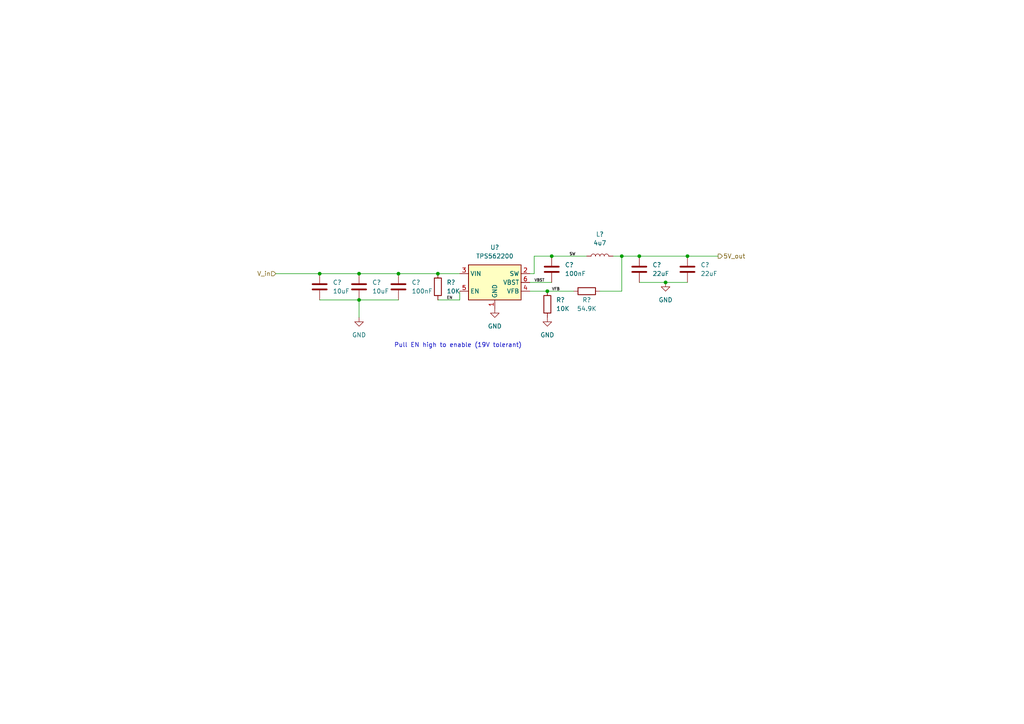
<source format=kicad_sch>
(kicad_sch (version 20211123) (generator eeschema)
  (paper "A4")
  (lib_symbols
    (symbol "Device:C" (pin_numbers hide) (pin_names (offset 0.254))
      (property "Reference" "C" (at 0.635 2.54 0))
      (property "Value" "C" (at 0.635 -2.54 0))
      (symbol "C_0_1"
        (polyline (pts (xy -2.032 -0.762) (xy 2.032 -0.762)) (stroke (width 0.508)))
        (polyline (pts (xy -2.032 0.762) (xy 2.032 0.762)) (stroke (width 0.508)))
      )
      (symbol "C_1_1"
        (pin passive line (at 0 3.81 270) (length 2.794) (name "~") (number "1"))
        (pin passive line (at 0 -3.81 90) (length 2.794) (name "~") (number "2"))
      )
    )
    (symbol "Device:L" (pin_numbers hide) (pin_names (offset 1.016) hide)
      (property "Reference" "L1" (at 0 6.35 90))
      (property "Value" "4u7" (at 0 3.81 90))
      (symbol "L_0_1"
        (arc (start 0 -2.54) (mid 0.635 -1.905) (end 0 -1.27))
        (arc (start 0 -1.27) (mid 0.635 -0.635) (end 0 0))
        (arc (start 0 0) (mid 0.635 0.635) (end 0 1.27))
        (arc (start 0 1.27) (mid 0.635 1.905) (end 0 2.54))
      )
      (symbol "L_1_1"
        (pin passive line (at 0 3.81 270) (length 1.27) (name "1") (number "1"))
        (pin passive line (at 0 -3.81 90) (length 1.27) (name "2") (number "2"))
      )
    )
    (symbol "Device:R" (pin_numbers hide) (pin_names (offset 0))
      (property "Reference" "R" (at 2.032 0 90))
      (property "Value" "R" (at 0 0 90))
      (symbol "R_0_1"
        (rectangle (start -1.016 -2.54) (end 1.016 2.54) (stroke (width 0.254)))
      )
      (symbol "R_1_1"
        (pin passive line (at 0 3.81 270) (length 1.27) (name "~") (number "1"))
        (pin passive line (at 0 -3.81 90) (length 1.27) (name "~") (number "2"))
      )
    )
    (symbol "Regulator_Switching:TPS562200"
      (property "Reference" "U" (at -7.62 6.35 0))
      (property "Value" "TPS562200" (at -2.54 6.35 0))
      (symbol "TPS562200_0_1"
        (rectangle (start -7.62 5.08) (end 7.62 -5.08) (stroke (width 0.254)) (fill (type background)))
      )
      (symbol "TPS562200_1_1"
        (pin power_in line (at 0 -7.62 90) (length 2.54) (name "GND") (number "1"))
        (pin output line (at 10.16 2.54 180) (length 2.54) (name "SW") (number "2"))
        (pin power_in line (at -10.16 2.54 0) (length 2.54) (name "VIN") (number "3"))
        (pin input line (at 10.16 -2.54 180) (length 2.54) (name "VFB") (number "4"))
        (pin input line (at -10.16 -2.54 0) (length 2.54) (name "EN") (number "5"))
        (pin passive line (at 10.16 0 180) (length 2.54) (name "VBST") (number "6"))
      )
    )
    (symbol "power:GND" (power) (pin_names (offset 0))
      (property "Value" "GND" (at 0 -3.81 0))
      (symbol "GND_0_1"
        (polyline (pts (xy 0 0) (xy 0 -1.27) (xy 1.27 -1.27) (xy 0 -2.54) (xy -1.27 -1.27) (xy 0 -1.27)))
      )
      (symbol "GND_1_1"
        (pin power_in line (at 0 0 270) (length 0) hide (name "GND") (number "1"))
      )
    )
  )
  (junction (at 158.75 84.455))
  (junction (at 104.14 79.375))
  (junction (at 104.14 86.995))
  (junction (at 193.04 81.915))
  (junction (at 199.39 74.295))
  (junction (at 180.34 74.295))
  (junction (at 160.02 74.295))
  (junction (at 185.42 74.295))
  (junction (at 115.57 79.375))
  (junction (at 127 79.375))
  (junction (at 92.71 79.375))
  (wire (pts (xy 133.35 86.995) (xy 133.35 84.455)))
  (wire (pts (xy 127 86.995) (xy 133.35 86.995)))
  (wire (pts (xy 153.67 81.915) (xy 160.02 81.915)))
  (wire (pts (xy 185.42 74.295) (xy 199.39 74.295)))
  (wire (pts (xy 158.75 84.455) (xy 166.37 84.455)))
  (wire (pts (xy 80.01 79.375) (xy 92.71 79.375)))
  (wire (pts (xy 115.57 79.375) (xy 127 79.375)))
  (wire (pts (xy 154.94 74.295) (xy 160.02 74.295)))
  (wire (pts (xy 177.8 74.295) (xy 180.34 74.295)))
  (wire (pts (xy 127 79.375) (xy 133.35 79.375)))
  (wire (pts (xy 185.42 81.915) (xy 193.04 81.915)))
  (wire (pts (xy 153.67 79.375) (xy 154.94 79.375)))
  (wire (pts (xy 104.14 86.995) (xy 104.14 92.075)))
  (wire (pts (xy 153.67 84.455) (xy 158.75 84.455)))
  (wire (pts (xy 154.94 79.375) (xy 154.94 74.295)))
  (wire (pts (xy 92.71 86.995) (xy 104.14 86.995)))
  (wire (pts (xy 160.02 74.295) (xy 170.18 74.295)))
  (wire (pts (xy 104.14 79.375) (xy 115.57 79.375)))
  (wire (pts (xy 193.04 81.915) (xy 199.39 81.915)))
  (wire (pts (xy 199.39 74.295) (xy 208.28 74.295)))
  (wire (pts (xy 104.14 86.995) (xy 115.57 86.995)))
  (wire (pts (xy 180.34 84.455) (xy 180.34 74.295)))
  (wire (pts (xy 92.71 79.375) (xy 104.14 79.375)))
  (wire (pts (xy 180.34 74.295) (xy 185.42 74.295)))
  (wire (pts (xy 173.99 84.455) (xy 180.34 84.455)))
  (text "Pull EN high to enable (19V tolerant)\n" (at 114.3 100.965 0) (effects (font (size 1.27 1.27)) (justify left bottom)))
  (label "VBST" (at 154.94 81.915 0) (effects (font (size 0.8 0.8))))
  (label "EN" (at 129.54 86.995 0) (effects (font (size 0.8 0.8))))
  (label "SW" (at 165.1 74.295 0) (effects (font (size 0.8 0.8))))
  (label "VFB" (at 160.02 84.455 0) (effects (font (size 0.8 0.8))))
  (hierarchical_label "5V_out" (shape output) (at 208.28 74.295 0))
  (hierarchical_label "V_in" (shape input) (at 80.01 79.375 180))
  (symbol (lib_id "Device:C") (at 199.39 78.105 0) (unit 1)
    (property "Reference" "C?" (at 203.2 76.8349 0) (effects (justify left)))
    (property "Value" "22uF" (at 203.2 79.3749 0) (effects (justify left)))
    (property "Footprint" "Capacitor_SMD:C_0603_1608Metric_Pad1.08x0.95mm_HandSolder" (effects hide))
  )
  (symbol (lib_id "power:GND") (at 193.04 81.915 0) (unit 1)
    (property "Reference" "#PWR?" (effects hide))
    (property "Value" "GND" (at 193.04 86.995 0))
  )
  (symbol (lib_id "Device:C") (at 185.42 78.105 0) (unit 1)
    (property "Reference" "C?" (at 189.23 76.8349 0) (effects (justify left)))
    (property "Value" "22uF" (at 189.23 79.3749 0) (effects (justify left)))
    (property "Footprint" "Capacitor_SMD:C_0603_1608Metric_Pad1.08x0.95mm_HandSolder" (effects hide))
  )
  (symbol (lib_id "Device:C") (at 92.71 83.185 0) (unit 1)
    (property "Reference" "C?" (at 96.52 81.9149 0) (effects (justify left)))
    (property "Value" "10uF" (at 96.52 84.4549 0) (effects (justify left)))
    (property "Footprint" "Capacitor_SMD:C_0603_1608Metric_Pad1.08x0.95mm_HandSolder" (effects hide))
  )
  (symbol (lib_id "Device:C") (at 104.14 83.185 0) (unit 1)
    (property "Reference" "C?" (at 107.95 81.9149 0) (effects (justify left)))
    (property "Value" "10uF" (at 107.95 84.4549 0) (effects (justify left)))
    (property "Footprint" "Capacitor_SMD:C_0603_1608Metric_Pad1.08x0.95mm_HandSolder" (effects hide))
  )
  (symbol (lib_id "Device:C") (at 115.57 83.185 0) (unit 1)
    (property "Reference" "C?" (at 119.38 81.9149 0) (effects (justify left)))
    (property "Value" "100nF" (at 119.38 84.4549 0) (effects (justify left)))
    (property "Footprint" "Capacitor_SMD:C_0603_1608Metric_Pad1.08x0.95mm_HandSolder" (effects hide))
  )
  (symbol (lib_id "power:GND") (at 143.51 89.535 0) (unit 1)
    (property "Reference" "#PWR?" (effects hide))
    (property "Value" "GND" (at 143.51 94.615 0))
  )
  (symbol (lib_id "Device:R") (at 170.18 84.455 90) (unit 1)
    (property "Reference" "R?" (at 170.18 86.995 90))
    (property "Value" "54.9K" (at 170.18 89.535 90))
    (property "Footprint" "Resistor_SMD:R_0603_1608Metric_Pad0.98x0.95mm_HandSolder" (effects hide))
  )
  (symbol (lib_id "Device:R") (at 127 83.185 0) (unit 1)
    (property "Reference" "R?" (at 129.54 81.9149 0) (effects (justify left)))
    (property "Value" "10K" (at 129.54 84.4549 0) (effects (justify left)))
    (property "Footprint" "Resistor_SMD:R_0603_1608Metric_Pad0.98x0.95mm_HandSolder" (effects hide))
  )
  (symbol (lib_id "power:GND") (at 158.75 92.075 0) (unit 1)
    (property "Reference" "#PWR?" (effects hide))
    (property "Value" "GND" (at 158.75 97.155 0))
  )
  (symbol (lib_id "Regulator_Switching:TPS562200") (at 143.51 81.915 0) (unit 1)
    (property "Reference" "U?" (at 143.51 71.755 0))
    (property "Value" "TPS562200" (at 143.51 74.295 0))
    (property "Footprint" "Package_TO_SOT_SMD:SOT-23-6" (effects hide))
    (property "Datasheet" "http://www.ti.com/lit/ds/symlink/tps563200.pdf" (effects hide))
  )
  (symbol (lib_id "Device:C") (at 160.02 78.105 0) (unit 1)
    (property "Reference" "C?" (at 163.83 76.8349 0) (effects (justify left)))
    (property "Value" "100nF" (at 163.83 79.3749 0) (effects (justify left)))
    (property "Footprint" "Capacitor_SMD:C_0603_1608Metric_Pad1.08x0.95mm_HandSolder" (effects hide))
  )
  (symbol (lib_id "Device:R") (at 158.75 88.265 0) (unit 1)
    (property "Reference" "R?" (at 161.29 86.9949 0) (effects (justify left)))
    (property "Value" "10K" (at 161.29 89.5349 0) (effects (justify left)))
    (property "Footprint" "Resistor_SMD:R_0603_1608Metric_Pad0.98x0.95mm_HandSolder" (effects hide))
  )
  (symbol (lib_id "Device:L") (at 173.99 74.295 90) (unit 1)
    (property "Reference" "L?" (at 173.99 67.945 90))
    (property "Value" "4u7" (at 173.99 70.485 90))
    (property "Footprint" "Inductor_SMD:L_Sunlord_MWSA0518_5.4x5.2mm" (effects hide))
    (property "Datasheet" "https://datasheet.lcsc.com/lcsc/1912111437_Sunlord-MWSA0503S-4R7MT_C408410.pdf" (effects hide))
    (property "Part #" "C408410" (effects hide))
  )
  (symbol (lib_id "power:GND") (at 104.14 92.075 0) (unit 1)
    (property "Reference" "#PWR?" (effects hide))
    (property "Value" "GND" (at 104.14 97.155 0))
  )
)
</source>
